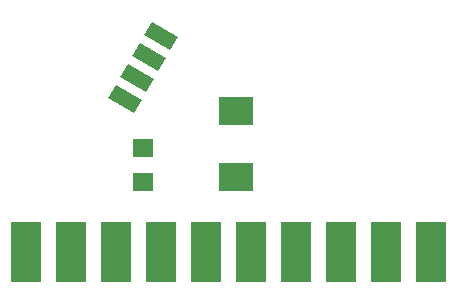
<source format=gtp>
G04 EAGLE Gerber RS-274X export*
G75*
%MOMM*%
%FSLAX34Y34*%
%LPD*%
%INTop Paste*%
%IPPOS*%
%AMOC8*
5,1,8,0,0,1.08239X$1,22.5*%
G01*
%ADD10R,2.540000X5.080000*%
%ADD11R,1.270000X2.540000*%
%ADD12R,1.803000X1.600000*%
%ADD13R,2.900000X2.400000*%


D10*
X25400Y15240D03*
X63500Y15240D03*
X101600Y15240D03*
X139700Y15240D03*
X177800Y15240D03*
X215900Y15240D03*
X254000Y15240D03*
X292100Y15240D03*
X330200Y15240D03*
X368300Y15240D03*
D11*
G36*
X143713Y179490D02*
X137363Y168491D01*
X115367Y181190D01*
X121717Y192189D01*
X143713Y179490D01*
G37*
G36*
X153873Y197270D02*
X147523Y186271D01*
X125527Y198970D01*
X131877Y209969D01*
X153873Y197270D01*
G37*
G36*
X133553Y161710D02*
X127203Y150711D01*
X105207Y163410D01*
X111557Y174409D01*
X133553Y161710D01*
G37*
G36*
X123393Y143930D02*
X117043Y132931D01*
X95047Y145630D01*
X101397Y156629D01*
X123393Y143930D01*
G37*
D12*
X124460Y103120D03*
X124460Y74680D03*
D13*
X203200Y134620D03*
X203200Y79120D03*
M02*

</source>
